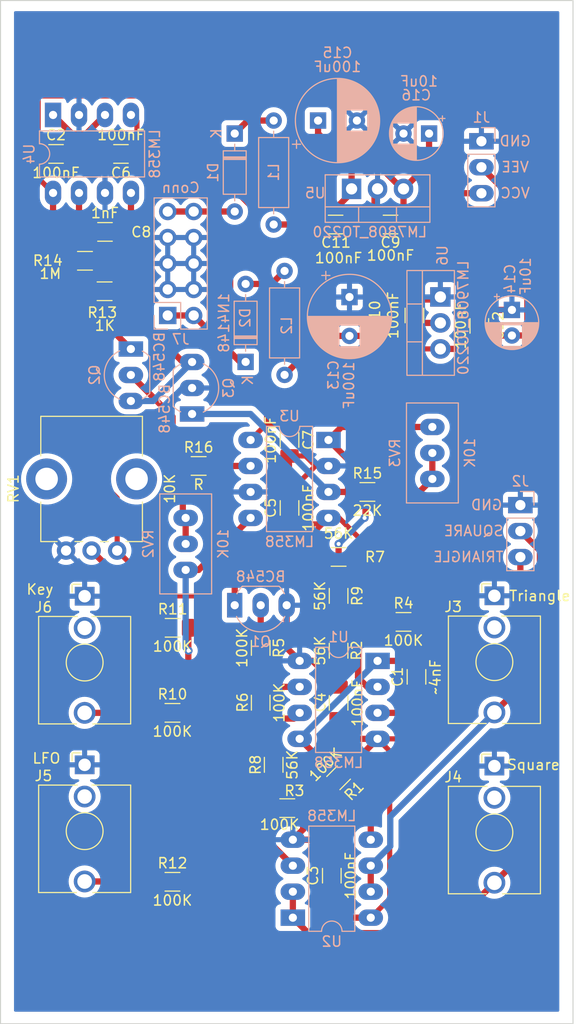
<source format=kicad_pcb>
(kicad_pcb (version 20221018) (generator pcbnew)
  (title_block (title "VCO Module") (date "2023-08-27") (rev "1"))
  (layers (0 "F.Cu" signal) (31 "B.Cu" signal) (34 "B.Paste" user) (35 "F.Paste" user) (36 "B.SilkS" user "B.Silkscreen") (37 "F.SilkS" user "F.Silkscreen") (38 "B.Mask" user) (39 "F.Mask" user) (44 "Edge.Cuts" user))
  (net 0 "")
  (net 1 "Net-(U1A-+)")
  (net 2 "Net-(U1B-+)")
  (net 3 "VCC")
  (net 4 "GND")
  (net 5 "VEE")
  (net 6 "Net-(Q2-C)")
  (net 7 "Net-(C8-Pad2)")
  (net 8 "/TRIANGLE")
  (net 9 "/SQUARE")
  (net 10 "/LFO")
  (net 11 "/KEY")
  (net 12 "Net-(Q1-C)")
  (net 13 "Net-(Q1-B)")
  (net 14 "/VIN")
  (net 15 "Net-(Q2-E)")
  (net 16 "Net-(Q3-C)")
  (net 17 "/VREF")
  (net 18 "Net-(U1A--)")
  (net 19 "/VEXPO")
  (net 20 "Net-(U2A-+)")
  (net 21 "Net-(U1B--)")
  (net 22 "Net-(U3B-+)")
  (net 23 "/TUNE")
  (net 24 "Net-(R15-Pad2)")
  (net 25 "Net-(R16-Pad1)")
  (net 26 "Net-(D1-K)")
  (net 27 "/+12V")
  (net 28 "/-12V")
  (net 29 "Net-(D2-A)")
  (net 30 "Net-(U5-VI)")
  (net 31 "Net-(U6-VI)")
  (net 32 "Net-(U4A-+)")
  (footprint "Resistor_SMD:R_1206_3216Metric_Pad1.30x1.75mm_HandSolder" (layer "F.Cu") (at 107.95 133.63 90)
    (fp_text reference "R6")
    (fp_text value "100K")
  )
  (footprint "Connector_Audio:Jack_3.5mm_QingPu_WQP-PJ398SM_Vertical_CircularHoles" (layer "F.Cu") (at 130.81 139.822882)
    (fp_text reference "J4")
    (fp_text value "Square")
  )
  (footprint "Resistor_SMD:R_1206_3216Metric_Pad1.30x1.75mm_HandSolder" (layer "F.Cu") (at 99.34 126.307796)
    (fp_text reference "R11")
    (fp_text value "100K")
  )
  (footprint "Resistor_SMD:R_1206_3216Metric_Pad1.30x1.75mm_HandSolder" (layer "F.Cu") (at 115.57 128.55 -90)
    (fp_text reference "R2")
    (fp_text value "56K")
  )
  (footprint "Capacitor_SMD:C_1206_3216Metric_Pad1.33x1.80mm_HandSolder" (layer "F.Cu") (at 92.719999 87.614999 180)
    (fp_text reference "C8")
    (fp_text value "1nF")
  )
  (footprint "Resistor_SMD:R_1206_3216Metric_Pad1.30x1.75mm_HandSolder" (layer "F.Cu") (at 118.39 113.03)
    (fp_text reference "R15")
    (fp_text value "22K")
  )
  (footprint "Capacitor_SMD:C_1206_3216Metric_Pad1.33x1.80mm_HandSolder" (layer "F.Cu") (at 115.2775 86.892651)
    (fp_text reference "C11")
    (fp_text value "100nF")
  )
  (footprint "Resistor_SMD:R_1206_3216Metric_Pad1.30x1.75mm_HandSolder" (layer "F.Cu") (at 115.57 119.38 180)
    (fp_text reference "R7")
    (fp_text value "56K")
  )
  (footprint "Capacitor_SMD:C_1206_3216Metric_Pad1.33x1.80mm_HandSolder" (layer "F.Cu") (at 120.65 86.892651 180)
    (fp_text reference "C9")
    (fp_text value "100nF")
  )
  (footprint "Resistor_SMD:R_1206_3216Metric_Pad1.30x1.75mm_HandSolder" (layer "F.Cu") (at 115.57 140.97 -135)
    (fp_text reference "R1")
    (fp_text value "100K")
  )
  (footprint "Connector_Audio:Jack_3.5mm_QingPu_WQP-PJ398SM_Vertical_CircularHoles" (layer "F.Cu") (at 130.81 123.180209)
    (fp_text reference "J3")
    (fp_text value "Triangle")
  )
  (footprint "Capacitor_SMD:C_1206_3216Metric_Pad1.33x1.80mm_HandSolder" (layer "F.Cu") (at 123.19 131.1025 90)
    (fp_text reference "C1")
    (fp_text value "~4nF")
  )
  (footprint "Resistor_SMD:R_1206_3216Metric_Pad1.30x1.75mm_HandSolder" (layer "F.Cu") (at 109.22 139.7 90)
    (fp_text reference "R8")
    (fp_text value "56K")
  )
  (footprint "Capacitor_SMD:C_1206_3216Metric_Pad1.33x1.80mm_HandSolder" (layer "F.Cu") (at 115.57 133.6425 90)
    (fp_text reference "C4")
    (fp_text value "100nF")
  )
  (footprint "Potentiometer_THT:Potentiometer_Bourns_PTV09A-1_Single_Vertical" (layer "F.Cu") (at 93.910001 118.76 90)
    (fp_text reference "RV1")
    (fp_text value "10K")
  )
  (footprint "Resistor_SMD:R_1206_3216Metric_Pad1.30x1.75mm_HandSolder" (layer "F.Cu") (at 90.761815 90.437987)
    (fp_text reference "R14")
    (fp_text value "1M")
  )
  (footprint "Resistor_SMD:R_1206_3216Metric_Pad1.30x1.75mm_HandSolder" (layer "F.Cu") (at 107.95 128.27 -90)
    (fp_text reference "R5")
    (fp_text value "100K")
  )
  (footprint "Capacitor_SMD:C_1206_3216Metric_Pad1.33x1.80mm_HandSolder" (layer "F.Cu") (at 94.282499 79.994999 180)
    (fp_text reference "C6")
    (fp_text value "100nF")
  )
  (footprint "Capacitor_SMD:C_1206_3216Metric_Pad1.33x1.80mm_HandSolder" (layer "F.Cu") (at 114.905 150.53575 90)
    (fp_text reference "C3")
    (fp_text value "100nF")
  )
  (footprint "Capacitor_SMD:C_1206_3216Metric_Pad1.33x1.80mm_HandSolder" (layer "F.Cu") (at 110.77 107.95 -90)
    (fp_text reference "C7")
    (fp_text value "100nF")
  )
  (footprint "Connector_Audio:Jack_3.5mm_QingPu_WQP-PJ398SM_Vertical_CircularHoles" (layer "F.Cu") (at 90.730001 139.7)
    (fp_text reference "J5")
    (fp_text value "LFO")
  )
  (footprint "Capacitor_SMD:C_1206_3216Metric_Pad1.33x1.80mm_HandSolder" (layer "F.Cu") (at 122.985302 95.782651 -90)
    (fp_text reference "C10")
    (fp_text value "100nF")
  )
  (footprint "Resistor_SMD:R_1206_3216Metric_Pad1.30x1.75mm_HandSolder" (layer "F.Cu") (at 99.322203 134.62)
    (fp_text reference "R10")
    (fp_text value "100K")
  )
  (footprint "Capacitor_SMD:C_1206_3216Metric_Pad1.33x1.80mm_HandSolder" (layer "F.Cu") (at 129.335302 96.8025 -90)
    (fp_text reference "C12")
    (fp_text value "100nF")
  )
  (footprint "Resistor_SMD:R_1206_3216Metric_Pad1.30x1.75mm_HandSolder" (layer "F.Cu") (at 92.681624 93.414999 180)
    (fp_text reference "R13")
    (fp_text value "1K")
  )
  (footprint "Resistor_SMD:R_1206_3216Metric_Pad1.30x1.75mm_HandSolder" (layer "F.Cu") (at 101.88 110.49)
    (fp_text reference "R16")
    (fp_text value "R")
  )
  (footprint "Capacitor_SMD:C_1206_3216Metric_Pad1.33x1.80mm_HandSolder" (layer "F.Cu") (at 87.932499 79.994999)
    (fp_text reference "C2")
    (fp_text value "100nF")
  )
  (footprint "Resistor_SMD:R_1206_3216Metric_Pad1.30x1.75mm_HandSolder" (layer "F.Cu") (at 121.92 125.73)
    (fp_text reference "R4")
    (fp_text value "100K")
  )
  (footprint "Resistor_SMD:R_1206_3216Metric_Pad1.30x1.75mm_HandSolder" (layer "F.Cu") (at 110.55006 143.930422)
    (fp_text reference "R3")
    (fp_text value "100K")
  )
  (footprint "Capacitor_SMD:C_1206_3216Metric_Pad1.33x1.80mm_HandSolder" (layer "F.Cu") (at 110.77 114.5925 90)
    (fp_text reference "C5")
    (fp_text value "100nF")
  )
  (footprint "Connector_Audio:Jack_3.5mm_QingPu_WQP-PJ398SM_Vertical_CircularHoles" (layer "F.Cu") (at 90.730001 123.22)
    (fp_text reference "J6")
    (fp_text value "Key")
  )
  (footprint "Resistor_SMD:R_1206_3216Metric_Pad1.30x1.75mm_HandSolder" (layer "F.Cu") (at 115.57 123.19 -90)
    (fp_text reference "R9")
    (fp_text value "56K")
  )
  (footprint "Resistor_SMD:R_1206_3216Metric_Pad1.30x1.75mm_HandSolder" (layer "F.Cu") (at 99.322203 151.13)
    (fp_text reference "R12")
    (fp_text value "100K")
  )
  (footprint "Package_DIP:DIP-8_W7.62mm_LongPads" (layer "B.Cu") (at 114.58 107.95 180)
    (fp_text reference "U3")
    (fp_text value "LM358")
  )
  (footprint "MyLibrary:TO-92_Inline_Wide_Big" (layer "B.Cu") (at 105.41 124.1)
    (fp_text reference "Q1")
    (fp_text value "BC548")
  )
  (footprint "Capacitor_THT:CP_Radial_D5.0mm_P2.50mm" (layer "B.Cu") (at 132.525302 95.24 -90)
    (fp_text reference "C14")
    (fp_text value "10uF")
  )
  (footprint "Diode_THT:D_DO-35_SOD27_P7.62mm_Horizontal" (layer "B.Cu") (at 106.475302 100.32 90)
    (fp_text reference "D2")
    (fp_text value "1N4148")
  )
  (footprint "MyLibrary:Potentiometer_Bourns_3296W_Vertical" (layer "B.Cu") (at 100.61 120.65 -90)
    (fp_text reference "RV2")
    (fp_text value "10K")
  )
  (footprint "MyLibrary:PinHeader_1x03_P2.54mm_Vertical" (layer "B.Cu") (at 129.54 78.755 180)
    (fp_text reference "J1")
    (fp_text value "Conn_01x03_Pin")
  )
  (footprint "Package_DIP:DIP-8_W7.62mm_LongPads" (layer "B.Cu") (at 111.095 154.63825)
    (fp_text reference "U2")
    (fp_text value "LM358")
  )
  (footprint "Capacitor_THT:CP_Radial_D5.0mm_P2.50mm" (layer "B.Cu") (at 124.42 78.002651 180)
    (fp_text reference "C16")
    (fp_text value "10uF")
  )
  (footprint "Diode_THT:D_DO-35_SOD27_P7.62mm_Horizontal" (layer "B.Cu") (at 105.41 78.002651 -90)
    (fp_text reference "D1")
    (fp_text value "1N4148")
  )
  (footprint "Package_TO_SOT_THT:TO-220-3_Vertical" (layer "B.Cu") (at 125.525302 93.97 -90)
    (fp_text reference "U6")
    (fp_text value "LM7908_TO220")
  )
  (footprint "Package_DIP:DIP-8_W7.62mm_LongPads" (layer "B.Cu") (at 119.38 129.54 180)
    (fp_text reference "U1")
    (fp_text value "LM358")
  )
  (footprint "Package_TO_SOT_THT:TO-220-3_Vertical" (layer "B.Cu") (at 116.84 83.407651)
    (fp_text reference "U5")
    (fp_text value "LM7808_TO220")
  )
  (footprint "Connector_PinHeader_2.54mm:PinHeader_2x05_P2.54mm_Vertical" (layer "B.Cu") (at 98.855302 95.782651)
    (fp_text reference "J7")
    (fp_text value "Conn")
  )
  (footprint "Package_DIP:DIP-8_W7.62mm_LongPads" (layer "B.Cu") (at 87.64 76.185 -90)
    (fp_text reference "U4")
    (fp_text value "LM358")
  )
  (footprint "Inductor_THT:L_Axial_L6.6mm_D2.7mm_P10.16mm_Horizontal_Vishay_IM-2" (layer "B.Cu") (at 109.22 76.732651 -90)
    (fp_text reference "L1")
    (fp_text value "L")
  )
  (footprint "Inductor_THT:L_Axial_L6.6mm_D2.7mm_P10.16mm_Horizontal_Vishay_IM-2" (layer "B.Cu") (at 110.285302 91.43 -90)
    (fp_text reference "L2")
    (fp_text value "L")
  )
  (footprint "MyLibrary:Potentiometer_Bourns_3296W_Vertical" (layer "B.Cu") (at 124.74 111.76 -90)
    (fp_text reference "RV3")
    (fp_text value "10K")
  )
  (footprint "Capacitor_THT:CP_Radial_D8.0mm_P3.80mm" (layer "B.Cu") (at 116.635302 93.98 -90)
    (fp_text reference "C13")
    (fp_text value "100uF")
  )
  (footprint "Capacitor_THT:CP_Radial_D8.0mm_P3.80mm" (layer "B.Cu") (at 113.562651 76.732651)
    (fp_text reference "C15")
    (fp_text value "100uF")
  )
  (footprint "MyLibrary:TO-92_Inline_Wide_Big" (layer "B.Cu") (at 101.24 105.41 90)
    (fp_text reference "Q3")
    (fp_text value "BC548")
  )
  (footprint "MyLibrary:PinHeader_1x03_P2.54mm_Vertical" (layer "B.Cu") (at 133.35 114.315 180)
    (fp_text reference "J2")
    (fp_text value "Conn_01x03_Pin")
  )
  (footprint "MyLibrary:TO-92_Inline_Wide_Big" (layer "B.Cu") (at 95.25 99.06 -90)
    (fp_text reference "Q2")
    (fp_text value "BC548")
  )
  (gr_rect (start 82.5 65) (end 138.5 165) (stroke (width 0.1)) (fill none) (layer "Edge.Cuts"))
  (gr_text "VEE" (at 132.842 81.28) (layer "B.SilkS") (effects (font (size 1 1)) (justify mirror)))
  (gr_text "GND" (at 132.842 78.74) (layer "B.SilkS") (effects (font (size 1 1)) (justify mirror)))
  (gr_text "SQUARE" (at 128.778 116.84) (layer "B.SilkS") (effects (font (size 1 1)) (justify mirror)))
  (gr_text "TRIANGLE" (at 128.27 119.38) (layer "B.SilkS") (effects (font (size 1 1)) (justify mirror)))
  (gr_text "GND" (at 130.048 114.3) (layer "B.SilkS") (effects (font (size 1 1)) (justify mirror)))
  (gr_text "VCC" (at 132.842 83.82) (layer "B.SilkS") (effects (font (size 1 1)) (justify mirror)))
  (segment (start 123.19 132.665) (end 124.8012 131.0538) (width 0.6096) (layer "F.Cu") (net 1))
  (segment (start 123.19 133.35) (end 121.92 134.62) (width 0.6096) (layer "F.Cu") (net 1))
  (segment (start 117.12 119.38) (end 123.47 125.73) (width 0.6096) (layer "F.Cu") (net 1))
  (segment (start 124.8012 131.0538) (end 124.8012 127.0612) (width 0.6096) (layer "F.Cu") (net 1))
  (segment (start 121.92 134.62) (end 119.38 134.62) (width 0.6096) (layer "F.Cu") (net 1))
  (segment (start 123.19 132.665) (end 123.19 133.35) (width 0.6096) (layer "F.Cu") (net 1))
  (segment (start 124.8012 127.0612) (end 123.47 125.73) (width 0.6096) (layer "F.Cu") (net 1))
  (segment (start 118.715 144.115) (end 111.76 137.16) (width 0.6096) (layer "F.Cu") (net 2))
  (segment (start 123.19 129.54) (end 119.38 129.54) (width 0.6096) (layer "F.Cu") (net 2))
  (segment (start 118.715 147.01825) (end 118.715 144.115) (width 0.6096) (layer "F.Cu") (net 2))
  (segment (start 119.38 129.54) (end 111.76 137.16) (width 0.6096) (layer "B.Cu") (net 2))
  (segment (start 110.77 116.155) (end 113.995 116.155) (width 0.5) (layer "F.Cu") (net 3))
  (segment (start 120.5714 138.3514) (end 120.5714 152.78185) (width 0.5) (layer "F.Cu") (net 3))
  (segment (start 116.84 137.16) (end 119.38 137.16) (width 0.6096) (layer "F.Cu") (net 3))
  (segment (start 87.639999 88.866172) (end 87.639999 83.805) (width 0.6096) (layer "F.Cu") (net 3))
  (segment (start 86.369999 79.994999) (end 86.369999 78.730001) (width 0.6096) (layer "F.Cu") (net 3))
  (segment (start 106.3712 118.4188) (end 101.6 123.19) (width 0.5) (layer "F.Cu") (net 3))
  (segment (start 86.1288 74.2738) (end 114.1262 74.2738) (width 0.6096) (layer "F.Cu") (net 3))
  (segment (start 86.369999 79.995) (end 86.369999 82.535) (width 0.5) (layer "F.Cu") (net 3))
  (segment (start 115.851451 77.478775) (end 121.780327 83.407651) (width 0.6096) (layer "F.Cu") (net 3))
  (segment (start 114.1262 74.2738) (end 115.851451 75.999051) (width 0.6096) (layer "F.Cu") (net 3))
  (segment (start 121.780327 83.407651) (end 121.92 83.407651) (width 0.6096) (layer "F.Cu") (net 3))
  (segment (start 86.369999 82.535) (end 87.639999 83.805) (width 0.5) (layer "F.Cu") (net 3))
  (segment (start 121.92 137.16) (end 119.38 137.16) (width 0.5) (layer "F.Cu") (net 3))
  (segment (start 114.58 115.57) (end 115.616843 115.57) (width 0.5) (layer "F.Cu") (net 3))
  (segment (start 93.910001 113.616717) (end 89.211815 108.918531) (width 0.5) (layer "F.Cu") (net 3))
  (segment (start 113.995 116.155) (end 114.58 115.57) (width 0.5) (layer "F.Cu") (net 3))
  (segment (start 111.7312 118.4188) (end 106.3712 118.4188) (width 0.5) (layer "F.Cu") (net 3))
  (segment (start 86.369999 78.730001) (end 86.1288 78.488802) (width 0.6096) (layer "F.Cu") (net 3))
  (segment (start 89.211815 108.918531) (end 89.211815 90.437987) (width 0.5) (layer "F.Cu") (net 3))
  (segment (start 116.175 154.63825) (end 118.715 154.63825) (width 0.6096) (layer "F.Cu") (net 3))
  (segment (start 98.340001 123.19) (end 93.910001 118.76) (width 0.5) (layer "F.Cu") (net 3))
  (segment (start 86.1288 78.488802) (end 86.1288 74.2738) (width 0.6096) (layer "F.Cu") (net 3))
  (segment (start 124.42 78.002651) (end 124.42 80.907651) (width 0.6096) (layer "F.Cu") (net 3))
  (segment (start 116.666016 139.873984) (end 119.38 137.16) (width 0.6096) (layer "F.Cu") (net 3))
  (segment (start 120.5714 152.78185) (end 118.715 154.63825) (width 0.5) (layer "F.Cu") (net 3))
  (segment (start 121.92 86.600151) (end 122.2125 86.892651) (width 0.6096) (layer "F.Cu") (net 3))
  (segment (start 124.253825 81.073825) (end 121.92 83.407651) (width 0.6096) (layer "F.Cu") (net 3))
  (segment (start 124.42 80.907651) (end 124.253825 81.073825) (width 0.6096) (layer "F.Cu") (net 3))
  (segment (start 115.57 135.205) (end 115.57 135.89) (width 0.6096) (layer "F.Cu") (net 3))
  (segment (start 115.616843 115.57) (end 125.7624 125.715557) (width 0.5) (layer "F.Cu") (net 3))
  (segment (start 121.92 83.407651) (end 121.92 86.600151) (width 0.6096) (layer "F.Cu") (net 3))
  (segment (start 89.211815 90.437988) (end 87.639999 88.866172) (width 0.6096) (layer "F.Cu") (net 3))
  (segment (start 93.910001 118.76) (end 93.910001 113.616717) (width 0.5) (layer "F.Cu") (net 3))
  (segment (start 125.7624 133.3176) (end 121.92 137.16) (width 0.5) (layer "F.Cu") (net 3))
  (segment (start 127.015 83.835) (end 124.253825 81.073825) (width 0.6096) (layer "F.Cu") (net 3))
  (segment (start 114.905 152.09825) (end 114.905 153.36825) (width 0.6096) (layer "F.Cu") (net 3))
  (segment (start 115.57 135.89) (end 116.84 137.16) (width 0.6096) (layer "F.Cu") (net 3))
  (segment (start 101.6 123.19) (end 98.340001 123.19) (width 0.5) (layer "F.Cu") (net 3))
  (segment (start 125.7624 125.715557) (end 125.7624 133.3176) (width 0.5) (layer "F.Cu") (net 3))
  (segment (start 114.905 153.36825) (end 116.175 154.63825) (width 0.6096) (layer "F.Cu") (net 3))
  (segment (start 119.38 137.16) (end 120.5714 138.3514) (width 0.5) (layer "F.Cu") (net 3))
  (segment (start 129.54 83.835) (end 127.015 83.835) (width 0.6096) (layer "F.Cu") (net 3))
  (segment (start 115.851451 75.999051) (end 115.851451 77.478775) (width 0.6096) (layer "F.Cu") (net 3))
  (segment (start 114.58 115.57) (end 111.7312 118.4188) (width 0.5) (layer "F.Cu") (net 3))
  (segment (start 114.905 148.97325) (end 114.905 148.28825) (width 0.6096) (layer "F.Cu") (net 4))
  (segment (start 125.275151 94.220151) (end 125.525302 93.97) (width 0.6096) (layer "F.Cu") (net 4))
  (segment (start 119.0875 83.700151) (end 119.38 83.407651) (width 0.6096) (layer "F.Cu") (net 4))
  (segment (start 112.3325 109.5125) (end 113.31 110.49) (width 0.5) (layer "F.Cu") (net 4))
  (segment (start 113.03 129.54) (end 111.76 129.54) (width 0.6096) (layer "F.Cu") (net 4))
  (segment (start 115.57 130.1) (end 115.57 132.08) (width 0.6096) (layer "F.Cu") (net 4))
  (segment (start 119.0875 86.892651) (end 119.0875 83.700151) (width 0.6096) (layer "F.Cu") (net 4))
  (segment (start 111.76 129.54) (end 110.49 128.27) (width 0.6096) (layer "F.Cu") (net 4))
  (segment (start 110.77 113.03) (end 113.31 110.49) (width 0.5) (layer "F.Cu") (net 4))
  (segment (start 112.10006 143.930422) (end 112.10006 146.01319) (width 0.6096) (layer "F.Cu") (net 4))
  (segment (start 129.335302 95.24) (end 132.525302 95.24) (width 0.6096) (layer "F.Cu") (net 4))
  (segment (start 113.31 110.49) (end 114.58 110.49) (width 0.5) (layer "F.Cu") (net 4))
  (segment (start 92.72 79.994999) (end 92.72 83.805) (width 0.5) (layer "F.Cu") (net 4))
  (segment (start 116.84 86.892651) (end 119.0875 86.892651) (width 0.6096) (layer "F.Cu") (net 4))
  (segment (start 110.85 124.46) (end 110.49 124.1) (width 0.6096) (layer "F.Cu") (net 4))
  (segment (start 112.10006 146.01319) (end 111.095 147.01825) (width 0.6096) (layer "F.Cu") (net 4))
  (segment (start 110.49 128.27) (end 110.49 124.1) (width 0.6096) (layer "F.Cu") (net 4))
  (segment (start 110.77 113.03) (end 110.77 109.5125) (width 0.5) (layer "F.Cu") (net 4))
  (segment (start 114.905 148.28825) (end 113.635 147.01825) (width 0.6096) (layer "F.Cu") (net 4))
  (segment (start 92.72 79.994999) (end 89.494999 79.994999) (width 0.5) (layer "F.Cu") (net 4))
  (segment (start 110.77 113.03) (end 106.96 113.03) (width 0.5) (layer "F.Cu") (net 4))
  (segment (start 110.77 109.5125) (end 112.3325 109.5125) (width 0.5) (layer "F.Cu") (net 4))
  (segment (start 115.57 132.08) (end 113.03 129.54) (width 0.6096) (layer "F.Cu") (net 4))
  (segment (start 113.635 147.01825) (end 111.095 147.01825) (width 0.6096) (layer "F.Cu") (net 4))
  (segment (start 122.985302 94.220151) (end 125.275151 94.220151) (width 0.6096) (layer "F.Cu") (net 4))
  (segment (start 101.24 102.87) (end 100.33 102.87) (width 0.6096) (layer "B.Cu") (net 4))
  (segment (start 100.33 102.87) (end 99.06 104.14) (width 0.6096) (layer "B.Cu") (net 4))
  (segment (start 114.58 110.49) (end 113.665 110.49) (width 0.5) (layer "B.Cu") (net 4))
  (segment (start 113.665 110.49) (end 112.395 109.22) (width 0.5) (layer "B.Cu") (net 4))
  (segment (start 110.77 106.3875) (end 108.5225 106.3875) (width 0.5) (layer "F.Cu") (net 5))
  (segment (start 129.54 81.295) (end 134.036502 85.791502) (width 0.6096) (layer "F.Cu") (net 5))
  (segment (start 134.036502 85.791502) (end 134.036502 97.36017) (width 0.6096) (layer "F.Cu") (net 5))
  (segment (start 129.960302 97.74) (end 129.335302 98.365) (width 0.6096) (layer "F.Cu") (net 5))
  (segment (start 105.018902 88.661288) (end 105.018902 95.9508) (width 0.5) (layer "F.Cu") (net 5))
  (segment (start 108.5225 99.454398) (end 108.5225 106.3875) (width 0.5) (layer "F.Cu") (net 5))
  (segment (start 95.844999 79.994999) (end 95.845 76.769999) (width 0.5) (layer "F.Cu") (net 5))
  (segment (start 110.77 106.3875) (end 118.1075 99.05) (width 0.5) (layer "F.Cu") (net 5))
  (segment (start 107.7636 85.91659) (end 105.018902 88.661288) (width 0.5) (layer "F.Cu") (net 5))
  (segment (start 132.525302 97.74) (end 129.960302 97.74) (width 0.6096) (layer "F.Cu") (net 5))
  (segment (start 128.650302 99.05) (end 129.335302 98.365) (width 0.6096) (layer "F.Cu") (net 5))
  (segment (start 133.656672 97.74) (end 132.525302 97.74) (width 0.6096) (layer "F.Cu") (net 5))
  (segment (start 118.1075 99.05) (end 125.525302 99.05) (width 0.5) (layer "F.Cu") (net 5))
  (segment (start 134.036502 97.36017) (end 133.656672 97.74) (width 0.6096) (layer "F.Cu") (net 5))
  (segment (start 105.018902 95.9508) (end 108.5225 99.454398) (width 0.5) (layer "F.Cu") (net 5))
  (segment (start 101.842009 79.994999) (end 107.7636 85.91659) (width 0.5) (layer "F.Cu") (net 5))
  (segment (start 108.5225 106.3875) (end 106.96 107.95) (width 0.5) (layer "F.Cu") (net 5))
  (segment (start 95.844999 79.994999) (end 101.842009 79.994999) (width 0.5) (layer "F.Cu") (net 5))
  (segment (start 95.845 76.769999) (end 95.26 76.184999) (width 0.5) (layer "F.Cu") (net 5))
  (segment (start 125.525302 99.05) (end 128.650302 99.05) (width 0.6096) (layer "F.Cu") (net 5))
  (segment (start 94.282499 87.322499) (end 95.26 86.344999) (width 0.6096) (layer "F.Cu") (net 6))
  (segment (start 92.531199 96.341199) (end 92.531199 90.657371) (width 0.6096) (layer "F.Cu") (net 6))
  (segment (start 94.282499 87.615) (end 94.282499 87.322499) (width 0.6096) (layer "F.Cu") (net 6))
  (segment (start 95.26 86.344999) (end 95.26 83.805) (width 0.6096) (layer "F.Cu") (net 6))
  (segment (start 94.282499 88.467304) (end 92.311815 90.437988) (width 0.6096) (layer "F.Cu") (net 6))
  (segment (start 94.282499 87.615) (end 94.282499 88.467304) (width 0.6096) (layer "F.Cu") (net 6))
  (segment (start 95.25 99.06) (end 92.531199 96.341199) (width 0.6096) (layer "F.Cu") (net 6))
  (segment (start 92.531199 90.657371) (end 92.311815 90.437987) (width 0.6096) (layer "F.Cu") (net 6))
  (segment (start 90.950615 87.821884) (end 91.1575 87.614999) (width 0.6096) (layer "F.Cu") (net 7))
  (segment (start 90.950615 93.233991) (end 90.950615 87.821884) (width 0.6096) (layer "F.Cu") (net 7))
  (segment (start 91.1575 87.614999) (end 91.157499 87.322499) (width 0.6096) (layer "F.Cu") (net 7))
  (segment (start 91.131623 93.414999) (end 90.950615 93.233991) (width 0.6096) (layer "F.Cu") (net 7))
  (segment (start 91.157499 87.322499) (end 90.179999 86.345) (width 0.6096) (layer "F.Cu") (net 7))
  (segment (start 90.179999 86.345) (end 90.179999 83.805) (width 0.6096) (layer "F.Cu") (net 7))
  (segment (start 133.35 132.040209) (end 130.81 134.580209) (width 0.6096) (layer "F.Cu") (net 8))
  (segment (start 133.35 119.395) (end 133.35 132.040209) (width 0.6096) (layer "F.Cu") (net 8))
  (segment (start 118.715 152.09825) (end 118.715 149.55825) (width 0.6096) (layer "F.Cu") (net 8))
  (segment (start 120.6262 147.64705) (end 120.6262 144.764009) (width 0.6096) (layer "B.Cu") (net 8))
  (segment (start 118.715 149.55825) (end 120.6262 147.64705) (width 0.6096) (layer "B.Cu") (net 8))
  (segment (start 120.6262 144.764009) (end 130.81 134.580209) (width 0.6096) (layer "B.Cu") (net 8))
  (segment (start 112.6062 156.14945) (end 125.883432 156.14945) (width 0.6096) (layer "F.Cu") (net 9))
  (segment (start 135.2612 146.771682) (end 130.81 151.222882) (width 0.6096) (layer "F.Cu") (net 9))
  (segment (start 125.883432 156.14945) (end 130.81 151.222882) (width 0.6096) (layer "F.Cu") (net 9))
  (segment (start 135.2612 118.7662) (end 135.2612 146.771682) (width 0.6096) (layer "F.Cu") (net 9))
  (segment (start 111.095 152.09825) (end 111.095 154.63825) (width 0.6096) (layer "F.Cu") (net 9))
  (segment (start 133.35 116.855) (end 135.2612 118.7662) (width 0.6096) (layer "F.Cu") (net 9))
  (segment (start 111.095 154.63825) (end 112.6062 156.14945) (width 0.6096) (layer "F.Cu") (net 9))
  (segment (start 90.730001 151.1) (end 97.742203 151.1) (width 0.6096) (layer "F.Cu") (net 10))
  (segment (start 97.742203 151.1) (end 97.772203 151.13) (width 0.6096) (layer "F.Cu") (net 10))
  (segment (start 97.772203 134.62) (end 90.730001 134.62) (width 0.6096) (layer "F.Cu") (net 11))
  (segment (start 107.95 119.38) (end 105.41 121.92) (width 0.6096) (layer "F.Cu") (net 12))
  (segment (start 114.02 119.38) (end 107.95 119.38) (width 0.6096) (layer "F.Cu") (net 12))
  (segment (start 105.41 121.92) (end 105.41 124.1) (width 0.6096) (layer "F.Cu") (net 12))
  (segment (start 107.95 124.1) (end 107.95 126.72) (width 0.6096) (layer "F.Cu") (net 13))
  (segment (start 99.3288 106.9488) (end 102.87 110.49) (width 0.6096) (layer "F.Cu") (net 14))
  (segment (start 99.3288 105.6788) (end 99.3288 106.9488) (width 0.6096) (layer "F.Cu") (net 14))
  (segment (start 103.43 110.49) (end 106.96 110.49) (width 0.6096) (layer "F.Cu") (net 14))
  (segment (start 102.87 110.49) (end 103.43 110.49) (width 0.6096) (layer "F.Cu") (net 14))
  (segment (start 95.25 101.6) (end 99.3288 105.6788) (width 0.6096) (layer "F.Cu") (net 14))
  (segment (start 100.33 100.33) (end 94.231624 94.231624) (width 0.6096) (layer "F.Cu") (net 15))
  (segment (start 101.24 100.33) (end 100.33 100.33) (width 0.6096) (layer "F.Cu") (net 15))
  (segment (start 94.231624 94.231624) (end 94.231624 93.414999) (width 0.6096) (layer "F.Cu") (net 15))
  (segment (start 95.25 104.14) (end 97.43 104.14) (width 0.6096) (layer "B.Cu") (net 15))
  (segment (start 97.43 104.14) (end 101.24 100.33) (width 0.6096) (layer "B.Cu") (net 15))
  (segment (start 101.24 105.41) (end 101.6 105.41) (width 0.6096) (layer "F.Cu") (net 16))
  (segment (start 116.84 113.03) (end 114.58 113.03) (width 0.6096) (layer "F.Cu") (net 16))
  (segment (start 101.24 105.41) (end 101.6362 105.0138) (width 0.6096) (layer "F.Cu") (net 16))
  (segment (start 114.58 113.03) (end 106.96 105.41) (width 0.6096) (layer "B.Cu") (net 16))
  (segment (start 106.96 105.41) (end 101.24 105.41) (width 0.6096) (layer "B.Cu") (net 16))
  (segment (start 109.00006 143.930422) (end 109.00006 141.46994) (width 0.6096) (layer "F.Cu") (net 17))
  (segment (start 109.22 141.25) (end 113.657968 141.25) (width 0.6096) (layer "F.Cu") (net 17))
  (segment (start 113.657968 141.25) (end 114.473984 142.066016) (width 0.6096) (layer "F.Cu") (net 17))
  (segment (start 109.00006 141.46994) (end 109.22 141.25) (width 0.6096) (layer "F.Cu") (net 17))
  (segment (start 119.38 132.08) (end 118.3704 132.08) (width 0.6096) (layer "F.Cu") (net 18))
  (segment (start 117.4688 131.1784) (end 117.4688 128.8988) (width 0.6096) (layer "F.Cu") (net 18))
  (segment (start 115.57 124.74) (end 115.57 127) (width 0.6096) (layer "F.Cu") (net 18))
  (segment (start 117.4688 128.8988) (end 115.57 127) (width 0.6096) (layer "F.Cu") (net 18))
  (segment (start 118.3704 132.08) (end 117.4688 131.1784) (width 0.6096) (layer "F.Cu") (net 18))
  (segment (start 115.85 106.68) (end 114.58 107.95) (width 0.6096) (layer "F.Cu") (net 19))
  (segment (start 124.74 106.68) (end 115.85 106.68) (width 0.6096) (layer "F.Cu") (net 19))
  (segment (start 115.57 121.64) (end 115.57 118.11) (width 0.6096) (layer "F.Cu") (net 19))
  (segment (start 119.66 125.73) (end 115.57 121.64) (width 0.6096) (layer "F.Cu") (net 19))
  (segment (start 118.2012 111.5712) (end 118.2012 115.4788) (width 0.6096) (layer "F.Cu") (net 19))
  (segment (start 120.37 125.73) (end 119.66 125.73) (width 0.6096) (layer "F.Cu") (net 19))
  (segment (start 114.58 107.95) (end 118.2012 111.5712) (width 0.6096) (layer "F.Cu") (net 19))
  (segment (start 118.2012 115.4788) (end 118.11 115.57) (width 0.6096) (layer "F.Cu") (net 19))
  (via (at 118.11 115.57) (size 0.8) (drill 0.4) (layers "F.Cu" "B.Cu") (net 19))
  (via (at 115.57 118.11) (size 0.8) (drill 0.4) (layers "F.Cu" "B.Cu") (net 19))
  (segment (start 118.11 115.57) (end 115.57 118.11) (width 0.6096) (layer "B.Cu") (net 19))
  (segment (start 111.095 149.55825) (end 106.3638 144.82705) (width 0.6096) (layer "F.Cu") (net 20))
  (segment (start 106.3638 133.6662) (end 107.95 132.08) (width 0.6096) (layer "F.Cu") (net 20))
  (segment (start 107.95 129.82) (end 107.95 132.08) (width 0.6096) (layer "F.Cu") (net 20))
  (segment (start 106.3638 144.82705) (end 106.3638 133.6662) (width 0.6096) (layer "F.Cu") (net 20))
  (segment (start 107.95 132.08) (end 111.76 132.08) (width 0.6096) (layer "F.Cu") (net 20))
  (segment (start 109.22 138.15) (end 109.22 136.45) (width 0.6096) (layer "F.Cu") (net 21))
  (segment (start 107.95 135.18) (end 111.2 135.18) (width 0.6096) (layer "F.Cu") (net 21))
  (segment (start 111.2 135.18) (end 111.76 134.62) (width 0.6096) (layer "F.Cu") (net 21))
  (segment (start 109.22 136.45) (end 107.95 135.18) (width 0.6096) (layer "F.Cu") (net 21))
  (segment (start 100.872203 151.13) (end 100.872203 128.560687) (width 0.6096) (layer "F.Cu") (net 22))
  (segment (start 100.872203 128.525093) (end 100.872203 126.325593) (width 0.6096) (layer "F.Cu") (net 22))
  (segment (start 101.88 120.65) (end 106.96 115.57) (width 0.6096) (layer "F.Cu") (net 22))
  (segment (start 100.872203 126.325593) (end 100.89 126.307796) (width 0.6096) (layer "F.Cu") (net 22))
  (segment (start 100.61 120.65) (end 101.88 120.65) (width 0.6096) (layer "F.Cu") (net 22))
  (segment (start 100.872203 128.560687) (end 100.89 128.54289) (width 0.6096) (layer "F.Cu") (net 22))
  (segment (start 100.89 128.54289) (end 100.872203 128.525093) (width 0.6096) (layer "F.Cu") (net 22))
  (via (at 100.89 128.54289) (size 0.8) (drill 0.4) (layers "F.Cu" "B.Cu") (net 22))
  (segment (start 100.61 120.65) (end 100.61 128.26289) (width 0.6096) (layer "B.Cu") (net 22))
  (segment (start 100.61 128.26289) (end 100.89 128.54289) (width 0.6096) (layer "B.Cu") (net 22))
  (segment (start 97.79 125.139999) (end 91.410001 118.76) (width 0.6096) (layer "F.Cu") (net 23))
  (segment (start 97.79 126.307796) (end 97.79 125.139999) (width 0.6096) (layer "F.Cu") (net 23))
  (segment (start 124.74 111.76) (end 124.74 109.22) (width 0.6096) (layer "F.Cu") (net 24))
  (segment (start 119.94 113.03) (end 123.47 113.03) (width 0.6096) (layer "F.Cu") (net 24))
  (segment (start 123.47 113.03) (end 124.74 111.76) (width 0.6096) (layer "F.Cu") (net 24))
  (segment (start 100.33 110.49) (end 100.33 115.29) (width 0.6096) (layer "F.Cu") (net 25))
  (segment (start 100.61 115.57) (end 100.61 118.11) (width 0.6096) (layer "F.Cu") (net 25))
  (segment (start 100.33 115.29) (end 100.61 115.57) (width 0.6096) (layer "F.Cu") (net 25))
  (segment (start 106.68 76.732651) (end 105.41 78.002651) (width 0.6096) (layer "F.Cu") (net 26))
  (segment (start 109.22 76.732651) (end 106.68 76.732651) (width 0.6096) (layer "F.Cu") (net 26))
  (segment (start 101.395302 85.622651) (end 98.855302 85.622651) (width 0.6096) (layer "F.Cu") (net 27))
  (segment (start 101.395302 85.622651) (end 105.41 85.622651) (width 0.6096) (layer "F.Cu") (net 27))
  (segment (start 98.855302 95.782651) (end 101.395302 95.782651) (width 0.6096) (layer "F.Cu") (net 28))
  (segment (start 106.475302 100.32) (end 105.932651 100.32) (width 0.6096) (layer "F.Cu") (net 28))
  (segment (start 105.932651 100.32) (end 101.395302 95.782651) (width 0.6096) (layer "F.Cu") (net 28))
  (segment (start 106.475302 92.7) (end 109.015302 92.7) (width 0.6096) (layer "F.Cu") (net 29))
  (segment (start 109.015302 92.7) (end 110.285302 91.43) (width 0.6096) (layer "F.Cu") (net 29))
  (segment (start 113.562651 78.002652) (end 113.828976 78.268977) (width 0.6096) (layer "F.Cu") (net 30))
  (segment (start 116.84 83.767651) (end 113.715 86.892651) (width 0.6096) (layer "F.Cu") (net 30))
  (segment (start 113.828976 78.268977) (end 113.562651 78.002651) (width 0.6096) (layer "F.Cu") (net 30))
  (segment (start 109.22 86.892651) (end 113.715 86.892651) (width 0.6096) (layer "F.Cu") (net 30))
  (segment (start 116.84 81.28) (end 113.828976 78.268977) (width 0.6096) (layer "F.Cu") (net 30))
  (segment (start 116.84 83.407651) (end 116.84 83.767651) (width 0.6096) (layer "F.Cu") (net 30))
  (segment (start 116.84 83.407651) (end 116.84 81.28) (width 0.6096) (layer "F.Cu") (net 30))
  (segment (start 113.562651 76.732651) (end 113.562651 78.002652) (width 0.6096) (layer "F.Cu") (net 30))
  (segment (start 116.635302 97.78) (end 114.095302 97.78) (width 0.6096) (layer "F.Cu") (net 31))
  (segment (start 122.550453 97.78) (end 122.985302 97.345151) (width 0.6096) (layer "F.Cu") (net 31))
  (segment (start 125.525302 96.51) (end 123.820453 96.51) (width 0.6096) (layer "F.Cu") (net 31))
  (segment (start 114.095302 97.78) (end 110.285302 101.59) (width 0.6096) (layer "F.Cu") (net 31))
  (segment (start 123.820453 96.51) (end 122.985302 97.345151) (width 0.6096) (layer "F.Cu") (net 31))
  (segment (start 116.635302 97.78) (end 122.550453 97.78) (width 0.6096) (layer "F.Cu") (net 31))
  (segment (start 89.5512 78.0962) (end 90.8088 78.0962) (width 0.6096) (layer "F.Cu") (net 32))
  (segment (start 90.8088 78.0962) (end 92.72 76.185) (width 0.6096) (layer "F.Cu") (net 32))
  (segment (start 87.64 76.185) (end 89.5512 78.0962) (width 0.6096) (layer "F.Cu") (net 32))
  (zone (net 4) (net_name "GND") (layer "B.Cu") (connect_pads (clearance 0.5)) (min_thickness 0.25) (fill yes (thermal_gap 0.5) (thermal_bridge_width 0.5))
    (polygon (pts (xy 83.82 66.04) (xy 83.82 163.83) (xy 137.16 163.83) (xy 137.16 66.04)))
  )
)
</source>
